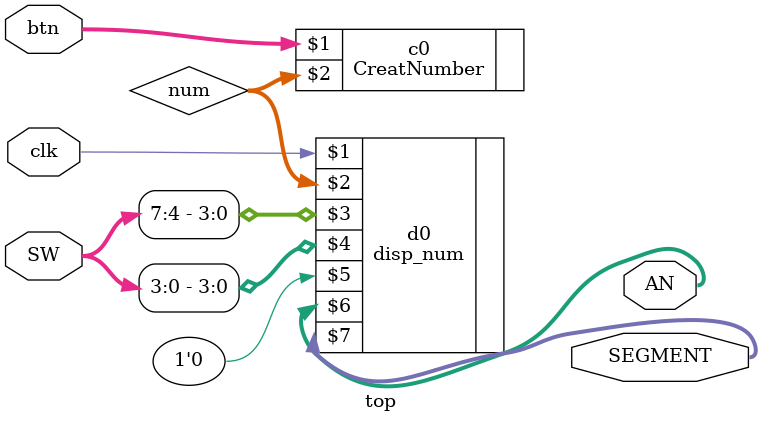
<source format=v>
`timescale 1ns / 1ps
module top(input wire clk,
			input wire [7:0] SW,
			input wire [3:0] btn,
			output wire[3:0] AN,
			output wire[7:0]SEGMENT
    );
	 
			wire [15:0] num;
			
			CreatNumber c0(btn,num);
			
			disp_num d0(clk,num,SW[7:4],SW[3:0],1'b0,AN,SEGMENT);


endmodule

</source>
